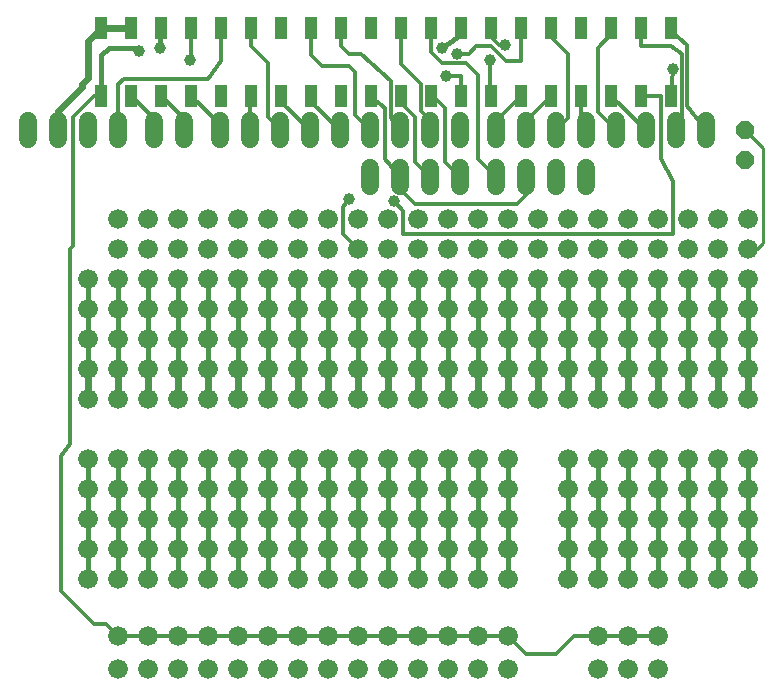
<source format=gbl>
G75*
%MOIN*%
%OFA0B0*%
%FSLAX25Y25*%
%IPPOS*%
%LPD*%
%AMOC8*
5,1,8,0,0,1.08239X$1,22.5*
%
%ADD10OC8,0.06000*%
%ADD11C,0.06000*%
%ADD12R,0.04016X0.07362*%
%ADD13C,0.06600*%
%ADD14C,0.01000*%
%ADD15C,0.03962*%
%ADD16C,0.01600*%
%ADD17C,0.01200*%
%ADD18C,0.02400*%
D10*
X0248500Y0176500D03*
X0248500Y0186500D03*
D11*
X0235500Y0183500D02*
X0235500Y0189500D01*
X0225500Y0189500D02*
X0225500Y0183500D01*
X0215500Y0183500D02*
X0215500Y0189500D01*
X0205500Y0189500D02*
X0205500Y0183500D01*
X0195500Y0183500D02*
X0195500Y0189500D01*
X0185500Y0189500D02*
X0185500Y0183500D01*
X0175500Y0183500D02*
X0175500Y0189500D01*
X0165500Y0189500D02*
X0165500Y0183500D01*
X0165500Y0174000D02*
X0165500Y0168000D01*
X0175500Y0168000D02*
X0175500Y0174000D01*
X0185500Y0174000D02*
X0185500Y0168000D01*
X0195500Y0168000D02*
X0195500Y0174000D01*
X0153500Y0174000D02*
X0153500Y0168000D01*
X0143500Y0168000D02*
X0143500Y0174000D01*
X0143500Y0183500D02*
X0143500Y0189500D01*
X0133500Y0189500D02*
X0133500Y0183500D01*
X0133500Y0174000D02*
X0133500Y0168000D01*
X0123500Y0168000D02*
X0123500Y0174000D01*
X0123500Y0183500D02*
X0123500Y0189500D01*
X0113500Y0189500D02*
X0113500Y0183500D01*
X0103500Y0183500D02*
X0103500Y0189500D01*
X0093500Y0189500D02*
X0093500Y0183500D01*
X0083500Y0183500D02*
X0083500Y0189500D01*
X0073500Y0189500D02*
X0073500Y0183500D01*
X0061500Y0183500D02*
X0061500Y0189500D01*
X0051500Y0189500D02*
X0051500Y0183500D01*
X0039500Y0183500D02*
X0039500Y0189500D01*
X0029500Y0189500D02*
X0029500Y0183500D01*
X0019500Y0183500D02*
X0019500Y0189500D01*
X0009500Y0189500D02*
X0009500Y0183500D01*
X0153500Y0183500D02*
X0153500Y0189500D01*
D12*
X0154000Y0198000D03*
X0144000Y0198000D03*
X0134000Y0198000D03*
X0124000Y0198000D03*
X0114000Y0198000D03*
X0104000Y0198000D03*
X0094000Y0198000D03*
X0084000Y0198000D03*
X0074000Y0198000D03*
X0064000Y0198000D03*
X0054000Y0198000D03*
X0044000Y0198000D03*
X0034000Y0198000D03*
X0034000Y0220559D03*
X0044000Y0220559D03*
X0054000Y0220559D03*
X0064000Y0220559D03*
X0074000Y0220559D03*
X0084000Y0220559D03*
X0094000Y0220559D03*
X0104000Y0220559D03*
X0114000Y0220559D03*
X0124000Y0220559D03*
X0134000Y0220559D03*
X0144000Y0220559D03*
X0154000Y0220559D03*
X0164000Y0220559D03*
X0174000Y0220559D03*
X0184000Y0220559D03*
X0194000Y0220559D03*
X0204000Y0220559D03*
X0214000Y0220559D03*
X0224000Y0220559D03*
X0224000Y0198000D03*
X0214000Y0198000D03*
X0204000Y0198000D03*
X0194000Y0198000D03*
X0184000Y0198000D03*
X0174000Y0198000D03*
X0164000Y0198000D03*
D13*
X0159500Y0157000D03*
X0159500Y0147000D03*
X0149500Y0147000D03*
X0139500Y0147000D03*
X0139500Y0157000D03*
X0149500Y0157000D03*
X0129500Y0157000D03*
X0129500Y0147000D03*
X0119500Y0147000D03*
X0119500Y0157000D03*
X0109500Y0157000D03*
X0109500Y0147000D03*
X0099500Y0147000D03*
X0099500Y0157000D03*
X0089500Y0157000D03*
X0089500Y0147000D03*
X0079500Y0147000D03*
X0079500Y0157000D03*
X0069500Y0157000D03*
X0059500Y0157000D03*
X0059500Y0147000D03*
X0069500Y0147000D03*
X0069500Y0137000D03*
X0059500Y0137000D03*
X0059500Y0127000D03*
X0069500Y0127000D03*
X0079500Y0127000D03*
X0079500Y0137000D03*
X0089500Y0137000D03*
X0089500Y0127000D03*
X0099500Y0127000D03*
X0099500Y0137000D03*
X0109500Y0137000D03*
X0109500Y0127000D03*
X0119500Y0127000D03*
X0119500Y0137000D03*
X0129500Y0137000D03*
X0129500Y0127000D03*
X0139500Y0127000D03*
X0149500Y0127000D03*
X0149500Y0137000D03*
X0139500Y0137000D03*
X0159500Y0137000D03*
X0159500Y0127000D03*
X0169500Y0127000D03*
X0169500Y0137000D03*
X0179500Y0137000D03*
X0179500Y0127000D03*
X0189500Y0127000D03*
X0189500Y0137000D03*
X0199500Y0137000D03*
X0199500Y0127000D03*
X0209500Y0127000D03*
X0209500Y0137000D03*
X0219500Y0137000D03*
X0229500Y0137000D03*
X0229500Y0127000D03*
X0219500Y0127000D03*
X0219500Y0117000D03*
X0229500Y0117000D03*
X0229500Y0107000D03*
X0219500Y0107000D03*
X0209500Y0107000D03*
X0209500Y0117000D03*
X0199500Y0117000D03*
X0199500Y0107000D03*
X0189500Y0107000D03*
X0189500Y0117000D03*
X0179500Y0117000D03*
X0179500Y0107000D03*
X0169500Y0107000D03*
X0169500Y0117000D03*
X0159500Y0117000D03*
X0159500Y0107000D03*
X0149500Y0107000D03*
X0149500Y0107000D03*
X0139500Y0107000D03*
X0139500Y0117000D03*
X0149500Y0117000D03*
X0129500Y0117000D03*
X0129500Y0107000D03*
X0119500Y0107000D03*
X0119500Y0117000D03*
X0109500Y0117000D03*
X0109500Y0107000D03*
X0099500Y0107000D03*
X0099500Y0117000D03*
X0089500Y0117000D03*
X0089500Y0107000D03*
X0079500Y0107000D03*
X0079500Y0117000D03*
X0069500Y0117000D03*
X0059500Y0117000D03*
X0059500Y0107000D03*
X0069500Y0107000D03*
X0069500Y0097000D03*
X0059500Y0097000D03*
X0049500Y0097000D03*
X0039500Y0097000D03*
X0029500Y0097000D03*
X0029500Y0107000D03*
X0029500Y0117000D03*
X0039500Y0117000D03*
X0039500Y0107000D03*
X0049500Y0107000D03*
X0049500Y0117000D03*
X0049500Y0127000D03*
X0049500Y0137000D03*
X0039500Y0137000D03*
X0039500Y0127000D03*
X0029500Y0127000D03*
X0029500Y0137000D03*
X0039500Y0147000D03*
X0039500Y0157000D03*
X0049500Y0157000D03*
X0049500Y0147000D03*
X0079500Y0097000D03*
X0089500Y0097000D03*
X0099500Y0097000D03*
X0109500Y0097000D03*
X0119500Y0097000D03*
X0129500Y0097000D03*
X0139500Y0097000D03*
X0149500Y0097000D03*
X0159500Y0097000D03*
X0169500Y0097000D03*
X0179500Y0097000D03*
X0189500Y0097000D03*
X0199500Y0097000D03*
X0209500Y0097000D03*
X0219500Y0097000D03*
X0229500Y0097000D03*
X0239500Y0097000D03*
X0249500Y0097000D03*
X0249500Y0107000D03*
X0249500Y0117000D03*
X0239500Y0117000D03*
X0239500Y0107000D03*
X0239500Y0127000D03*
X0239500Y0137000D03*
X0249500Y0137000D03*
X0249500Y0127000D03*
X0249500Y0147000D03*
X0249500Y0157000D03*
X0239500Y0157000D03*
X0239500Y0147000D03*
X0239500Y0147000D03*
X0229500Y0147000D03*
X0219500Y0147000D03*
X0219500Y0157000D03*
X0229500Y0157000D03*
X0209500Y0157000D03*
X0209500Y0147000D03*
X0199500Y0147000D03*
X0199500Y0157000D03*
X0189500Y0157000D03*
X0189500Y0147000D03*
X0179500Y0147000D03*
X0179500Y0157000D03*
X0169500Y0157000D03*
X0169500Y0147000D03*
X0169500Y0077000D03*
X0159500Y0077000D03*
X0149500Y0077000D03*
X0139500Y0077000D03*
X0129500Y0077000D03*
X0119500Y0077000D03*
X0109500Y0077000D03*
X0099500Y0077000D03*
X0089500Y0077000D03*
X0079500Y0077000D03*
X0069500Y0077000D03*
X0059500Y0077000D03*
X0049500Y0077000D03*
X0039500Y0077000D03*
X0029500Y0077000D03*
X0029500Y0067000D03*
X0029500Y0057000D03*
X0039500Y0057000D03*
X0039500Y0067000D03*
X0049500Y0067000D03*
X0049500Y0057000D03*
X0059500Y0057000D03*
X0069500Y0057000D03*
X0069500Y0067000D03*
X0059500Y0067000D03*
X0079500Y0067000D03*
X0079500Y0057000D03*
X0089500Y0057000D03*
X0089500Y0067000D03*
X0099500Y0067000D03*
X0099500Y0057000D03*
X0109500Y0057000D03*
X0109500Y0067000D03*
X0119500Y0067000D03*
X0119500Y0057000D03*
X0129500Y0057000D03*
X0129500Y0067000D03*
X0139500Y0067000D03*
X0149500Y0067000D03*
X0149500Y0057000D03*
X0139500Y0057000D03*
X0139500Y0047000D03*
X0149500Y0047000D03*
X0149500Y0037000D03*
X0139500Y0037000D03*
X0129500Y0037000D03*
X0129500Y0047000D03*
X0119500Y0047000D03*
X0119500Y0037000D03*
X0109500Y0037000D03*
X0109500Y0047000D03*
X0099500Y0047000D03*
X0099500Y0037000D03*
X0089500Y0037000D03*
X0089500Y0047000D03*
X0079500Y0047000D03*
X0079500Y0037000D03*
X0069500Y0037000D03*
X0059500Y0037000D03*
X0059500Y0047000D03*
X0069500Y0047000D03*
X0049500Y0047000D03*
X0049500Y0037000D03*
X0039500Y0037000D03*
X0039500Y0047000D03*
X0029500Y0047000D03*
X0029500Y0037000D03*
X0039500Y0018000D03*
X0049500Y0018000D03*
X0059500Y0018000D03*
X0069500Y0018000D03*
X0079500Y0018000D03*
X0089500Y0018000D03*
X0099500Y0018000D03*
X0109500Y0018000D03*
X0119500Y0018000D03*
X0129500Y0018000D03*
X0139500Y0018000D03*
X0149500Y0018000D03*
X0159500Y0018000D03*
X0169500Y0018000D03*
X0169500Y0007000D03*
X0159500Y0007000D03*
X0149500Y0007000D03*
X0139500Y0007000D03*
X0129500Y0007000D03*
X0119500Y0007000D03*
X0109500Y0007000D03*
X0099500Y0007000D03*
X0089500Y0007000D03*
X0079500Y0007000D03*
X0069500Y0007000D03*
X0059500Y0007000D03*
X0049500Y0007000D03*
X0039500Y0007000D03*
X0159500Y0037000D03*
X0159500Y0047000D03*
X0169500Y0047000D03*
X0169500Y0037000D03*
X0189500Y0037000D03*
X0189500Y0047000D03*
X0199500Y0047000D03*
X0199500Y0037000D03*
X0209500Y0037000D03*
X0209500Y0047000D03*
X0219500Y0047000D03*
X0229500Y0047000D03*
X0229500Y0037000D03*
X0219500Y0037000D03*
X0239500Y0037000D03*
X0239500Y0047000D03*
X0249500Y0047000D03*
X0249500Y0037000D03*
X0249500Y0057000D03*
X0249500Y0067000D03*
X0239500Y0067000D03*
X0239500Y0057000D03*
X0229500Y0057000D03*
X0219500Y0057000D03*
X0219500Y0067000D03*
X0229500Y0067000D03*
X0229500Y0077000D03*
X0219500Y0077000D03*
X0209500Y0077000D03*
X0199500Y0077000D03*
X0189500Y0077000D03*
X0189500Y0067000D03*
X0189500Y0057000D03*
X0199500Y0057000D03*
X0199500Y0067000D03*
X0209500Y0067000D03*
X0209500Y0057000D03*
X0239500Y0077000D03*
X0249500Y0077000D03*
X0219500Y0018000D03*
X0209500Y0018000D03*
X0199500Y0018000D03*
X0199500Y0007000D03*
X0209500Y0007000D03*
X0219500Y0007000D03*
X0169500Y0057000D03*
X0169500Y0067000D03*
X0159500Y0067000D03*
X0159500Y0057000D03*
D14*
X0219500Y0018500D02*
X0219500Y0018000D01*
X0249500Y0147000D02*
X0252500Y0147000D01*
X0254500Y0149000D01*
X0254500Y0180500D01*
X0248500Y0186500D01*
D15*
X0224500Y0207000D03*
X0168500Y0215000D03*
X0163500Y0210000D03*
X0152500Y0212000D03*
X0147500Y0214000D03*
X0149000Y0204500D03*
X0131500Y0162800D03*
X0116500Y0163500D03*
X0063500Y0210000D03*
X0053500Y0214000D03*
X0046500Y0213000D03*
D16*
X0045500Y0214000D01*
X0036500Y0214000D01*
X0034000Y0211500D01*
X0034000Y0198000D01*
X0053500Y0214000D02*
X0053500Y0220059D01*
X0054000Y0220559D01*
X0049500Y0137000D02*
X0049500Y0127000D01*
X0049500Y0117000D01*
X0049500Y0107000D01*
X0039500Y0107000D02*
X0039500Y0117000D01*
X0039500Y0127000D01*
X0039500Y0137000D01*
X0029500Y0137000D02*
X0029500Y0127000D01*
X0029500Y0117000D01*
X0029500Y0107000D01*
X0059500Y0107000D02*
X0059500Y0117000D01*
X0059500Y0127000D01*
X0059500Y0137000D01*
X0069500Y0137000D02*
X0069500Y0127000D01*
X0069500Y0117000D01*
X0069500Y0107000D01*
X0079500Y0107000D02*
X0079500Y0117000D01*
X0079500Y0127000D01*
X0079500Y0137000D01*
X0089500Y0137000D02*
X0089500Y0127000D01*
X0089500Y0117000D01*
X0089500Y0107000D01*
X0099500Y0107000D02*
X0099500Y0117000D01*
X0099500Y0127000D01*
X0099500Y0137000D01*
X0109500Y0137000D02*
X0109500Y0127000D01*
X0109500Y0117000D01*
X0109500Y0107000D01*
X0119500Y0107000D02*
X0119500Y0117000D01*
X0119500Y0127000D01*
X0119500Y0137000D01*
X0129500Y0137000D02*
X0129500Y0127000D01*
X0129500Y0117000D01*
X0129500Y0107000D01*
X0139500Y0107000D02*
X0139500Y0117000D01*
X0139500Y0127000D01*
X0139500Y0137000D01*
X0149500Y0137000D02*
X0149500Y0127000D01*
X0149500Y0117000D01*
X0149500Y0107000D01*
X0159500Y0107000D02*
X0159500Y0117000D01*
X0159500Y0127000D01*
X0159500Y0137000D01*
X0169500Y0137000D02*
X0169500Y0127000D01*
X0169500Y0117000D01*
X0169500Y0107000D01*
X0179500Y0107000D02*
X0179500Y0117000D01*
X0179500Y0127000D01*
X0179500Y0137000D01*
X0189500Y0137000D02*
X0189500Y0127000D01*
X0189500Y0117000D01*
X0189500Y0107000D01*
X0199500Y0107000D02*
X0199500Y0117000D01*
X0199500Y0127000D01*
X0199500Y0137000D01*
X0209500Y0137000D02*
X0209500Y0127000D01*
X0209500Y0117000D01*
X0209500Y0107000D01*
X0219500Y0107000D02*
X0219500Y0117000D01*
X0219500Y0127000D01*
X0219500Y0137000D01*
X0229500Y0137000D02*
X0229500Y0127000D01*
X0229500Y0117000D01*
X0229500Y0107000D01*
X0239500Y0107000D02*
X0239500Y0117000D01*
X0239500Y0127000D01*
X0239500Y0137000D01*
X0249500Y0137000D02*
X0249500Y0127000D01*
X0249500Y0117000D01*
X0249500Y0107000D01*
X0249500Y0077000D02*
X0249500Y0067000D01*
X0249500Y0057000D01*
X0249500Y0047000D01*
X0249500Y0037000D01*
X0239500Y0037000D02*
X0239500Y0047000D01*
X0239500Y0057000D01*
X0239500Y0067000D01*
X0239500Y0077000D01*
X0229500Y0077000D02*
X0229500Y0067000D01*
X0229500Y0057000D01*
X0229500Y0047000D01*
X0229500Y0037000D01*
X0219500Y0037000D02*
X0219500Y0047000D01*
X0219500Y0057000D01*
X0219500Y0067000D01*
X0219500Y0077000D01*
X0209500Y0077000D02*
X0209500Y0067000D01*
X0209500Y0057000D01*
X0209500Y0047000D01*
X0209500Y0037000D01*
X0199500Y0037000D02*
X0199500Y0047000D01*
X0199500Y0057000D01*
X0199500Y0067000D01*
X0199500Y0077000D01*
X0189500Y0077000D02*
X0189500Y0067000D01*
X0189500Y0057000D01*
X0189500Y0047000D01*
X0189500Y0037000D01*
X0169500Y0037000D02*
X0169500Y0047000D01*
X0169500Y0057000D01*
X0169500Y0067000D01*
X0169500Y0077000D01*
X0159500Y0077000D02*
X0159500Y0067000D01*
X0159500Y0057000D01*
X0159500Y0047000D01*
X0159500Y0037000D01*
X0149500Y0037000D02*
X0149500Y0047000D01*
X0149500Y0057000D01*
X0149500Y0067000D01*
X0149500Y0077000D01*
X0139500Y0077000D02*
X0139500Y0067000D01*
X0139500Y0057000D01*
X0139500Y0047000D01*
X0139500Y0037000D01*
X0129500Y0037000D02*
X0129500Y0047000D01*
X0129500Y0057000D01*
X0129500Y0067000D01*
X0129500Y0077000D01*
X0119500Y0077000D02*
X0119500Y0067000D01*
X0119500Y0057000D01*
X0119500Y0047000D01*
X0119500Y0037000D01*
X0109500Y0037000D02*
X0109500Y0047000D01*
X0109500Y0057000D01*
X0109500Y0067000D01*
X0109500Y0077000D01*
X0099500Y0077000D02*
X0099500Y0067000D01*
X0099500Y0057000D01*
X0099500Y0047000D01*
X0099500Y0037000D01*
X0089500Y0037000D02*
X0089500Y0047000D01*
X0089500Y0057000D01*
X0089500Y0067000D01*
X0089500Y0077000D01*
X0079500Y0077000D02*
X0079500Y0067000D01*
X0079500Y0057000D01*
X0079500Y0047000D01*
X0079500Y0037000D01*
X0069500Y0037000D02*
X0069500Y0047000D01*
X0069500Y0057000D01*
X0069500Y0067000D01*
X0069500Y0077000D01*
X0059500Y0077000D02*
X0059500Y0067000D01*
X0059500Y0057000D01*
X0059500Y0047000D01*
X0059500Y0037000D01*
X0049500Y0037000D02*
X0049500Y0047000D01*
X0049500Y0057000D01*
X0049500Y0067000D01*
X0049500Y0077000D01*
X0039500Y0077000D02*
X0039500Y0067000D01*
X0039500Y0057000D01*
X0039500Y0047000D01*
X0039500Y0037000D01*
X0029500Y0037000D02*
X0029500Y0047000D01*
X0029500Y0057000D01*
X0029500Y0067000D01*
X0029500Y0077000D01*
X0147500Y0214000D02*
X0154000Y0218500D01*
X0154000Y0220559D01*
D17*
X0020500Y0033000D02*
X0031500Y0022000D01*
X0035500Y0022000D01*
X0039500Y0018000D01*
X0049500Y0018000D01*
X0059500Y0018000D01*
X0069500Y0018000D01*
X0079500Y0018000D01*
X0089500Y0018000D01*
X0099500Y0018000D01*
X0109500Y0018000D01*
X0119500Y0018000D01*
X0129500Y0018000D01*
X0139500Y0018000D01*
X0149500Y0018000D01*
X0159500Y0018000D01*
X0169500Y0018000D01*
X0175500Y0012000D01*
X0185500Y0012000D01*
X0191500Y0018000D01*
X0199500Y0018000D01*
X0209500Y0018000D01*
X0219500Y0018000D01*
X0119500Y0147000D02*
X0114500Y0152000D01*
X0114500Y0161000D01*
X0116500Y0163500D01*
X0131500Y0162800D02*
X0134500Y0159500D01*
X0134500Y0152000D01*
X0224500Y0152000D01*
X0224500Y0169500D01*
X0220500Y0177000D01*
X0220500Y0198000D01*
X0214000Y0198000D01*
X0204000Y0198000D02*
X0215500Y0186500D01*
X0205500Y0186500D02*
X0199500Y0192500D01*
X0199500Y0214000D01*
X0204000Y0218500D01*
X0204000Y0220559D01*
X0214000Y0220559D02*
X0214000Y0214500D01*
X0224000Y0214500D01*
X0227500Y0212000D01*
X0227500Y0192000D01*
X0225500Y0186500D01*
X0229300Y0194500D02*
X0235500Y0186500D01*
X0229300Y0194500D02*
X0229300Y0215000D01*
X0224000Y0219500D01*
X0224000Y0220559D01*
X0224500Y0207000D02*
X0224000Y0198000D01*
X0194000Y0198000D02*
X0194000Y0188000D01*
X0195500Y0186500D01*
X0189500Y0190500D02*
X0189500Y0212000D01*
X0184000Y0217500D01*
X0184000Y0220559D01*
X0174000Y0220559D02*
X0174000Y0209500D01*
X0169000Y0209500D01*
X0164000Y0214500D01*
X0159000Y0214500D01*
X0156500Y0212000D01*
X0152500Y0212000D01*
X0155500Y0209000D02*
X0147500Y0209000D01*
X0144000Y0212500D01*
X0144000Y0220559D01*
X0134000Y0220559D02*
X0134000Y0208500D01*
X0140500Y0202000D01*
X0140500Y0193000D01*
X0143500Y0190000D01*
X0143500Y0186500D01*
X0138500Y0191000D02*
X0134000Y0195500D01*
X0134000Y0198000D01*
X0130500Y0203000D02*
X0120500Y0212000D01*
X0116500Y0212000D01*
X0114000Y0214500D01*
X0114000Y0220559D01*
X0104000Y0220559D02*
X0104000Y0211500D01*
X0107500Y0208000D01*
X0116500Y0208000D01*
X0118500Y0206000D01*
X0118500Y0191500D01*
X0123500Y0186500D01*
X0130500Y0190500D02*
X0130500Y0203000D01*
X0124000Y0198000D02*
X0124000Y0197500D01*
X0128500Y0194000D01*
X0128500Y0177000D01*
X0133500Y0171000D01*
X0133500Y0167000D01*
X0138500Y0162000D01*
X0172500Y0162000D01*
X0175500Y0165000D01*
X0175500Y0171000D01*
X0165500Y0171000D02*
X0159500Y0177000D01*
X0159500Y0205000D01*
X0155500Y0209000D01*
X0154000Y0204500D02*
X0149000Y0204500D01*
X0154000Y0204500D02*
X0154000Y0198000D01*
X0148500Y0194000D02*
X0144500Y0198000D01*
X0144000Y0198000D01*
X0148500Y0194000D02*
X0148500Y0176000D01*
X0153500Y0171000D01*
X0143500Y0171000D02*
X0138500Y0176000D01*
X0138500Y0191000D01*
X0133500Y0186500D02*
X0130500Y0190500D01*
X0113500Y0186500D02*
X0104000Y0196000D01*
X0104000Y0198000D01*
X0094000Y0198000D02*
X0094000Y0196000D01*
X0103500Y0186500D01*
X0093500Y0186500D02*
X0093500Y0187000D01*
X0089500Y0191000D01*
X0089500Y0209000D01*
X0084000Y0214500D01*
X0084000Y0220559D01*
X0074000Y0220559D02*
X0074000Y0209500D01*
X0069500Y0203500D01*
X0041500Y0203500D01*
X0039500Y0202000D01*
X0039500Y0186500D01*
X0051500Y0186500D02*
X0051500Y0190500D01*
X0044000Y0198000D01*
X0054000Y0198000D02*
X0061500Y0190500D01*
X0061500Y0186500D01*
X0064000Y0198000D02*
X0073500Y0188500D01*
X0073500Y0186500D01*
X0083500Y0186500D02*
X0083500Y0197500D01*
X0084000Y0198000D01*
X0064000Y0210500D02*
X0063500Y0210000D01*
X0064000Y0210500D02*
X0064000Y0220559D01*
X0034000Y0198000D02*
X0031500Y0198000D01*
X0024500Y0191000D01*
X0024500Y0148000D01*
X0023500Y0147000D01*
X0023500Y0082000D01*
X0020500Y0078000D01*
X0020500Y0033000D01*
X0165500Y0186500D02*
X0165500Y0189500D01*
X0174000Y0198000D01*
X0175500Y0189500D02*
X0184000Y0198000D01*
X0189500Y0190500D02*
X0185500Y0186500D01*
X0175500Y0186500D02*
X0175500Y0189500D01*
X0164000Y0198000D02*
X0163500Y0200500D01*
X0163500Y0210000D01*
X0166500Y0215000D02*
X0164500Y0217000D01*
X0164500Y0222059D01*
X0164000Y0220559D01*
X0166500Y0215000D02*
X0168500Y0215000D01*
D18*
X0169500Y0107000D02*
X0169500Y0097000D01*
X0159500Y0097000D02*
X0159500Y0107000D01*
X0149500Y0107000D02*
X0149500Y0097000D01*
X0139500Y0097000D02*
X0139500Y0107000D01*
X0129500Y0107000D02*
X0129500Y0097000D01*
X0119500Y0097000D02*
X0119500Y0107000D01*
X0109500Y0107000D02*
X0109500Y0097000D01*
X0099500Y0097000D02*
X0099500Y0107000D01*
X0089500Y0107000D02*
X0089500Y0097000D01*
X0079500Y0097000D02*
X0079500Y0107000D01*
X0069500Y0107000D02*
X0069500Y0097000D01*
X0059500Y0097000D02*
X0059500Y0107000D01*
X0049500Y0107000D02*
X0049500Y0097000D01*
X0039500Y0097000D02*
X0039500Y0107000D01*
X0029500Y0107000D02*
X0029500Y0097000D01*
X0019500Y0186500D02*
X0019500Y0193000D01*
X0027500Y0201000D01*
X0027500Y0202000D01*
X0029500Y0204000D01*
X0029500Y0216059D01*
X0034000Y0220559D01*
X0044000Y0220559D01*
X0179500Y0107000D02*
X0179500Y0097000D01*
X0189500Y0097000D02*
X0189500Y0107000D01*
X0199500Y0107000D02*
X0199500Y0097000D01*
X0209500Y0097000D02*
X0209500Y0107000D01*
X0219500Y0107000D02*
X0219500Y0097000D01*
X0229500Y0097000D02*
X0229500Y0107000D01*
X0239500Y0107000D02*
X0239500Y0097000D01*
X0249500Y0097000D02*
X0249500Y0107000D01*
M02*

</source>
